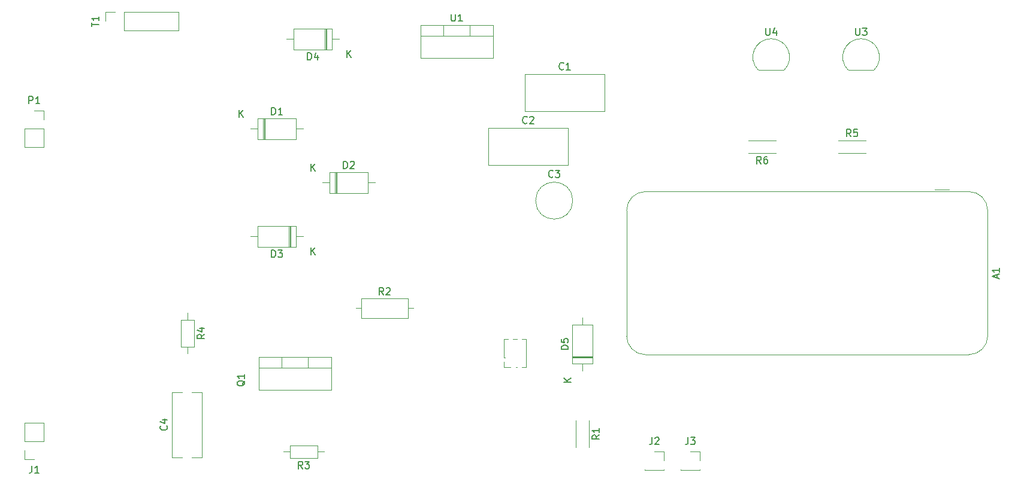
<source format=gbr>
%TF.GenerationSoftware,KiCad,Pcbnew,7.0.2-0*%
%TF.CreationDate,2023-06-25T20:51:01-03:00*%
%TF.ProjectId,Aquario_inteligente,41717561-7269-46f5-9f69-6e74656c6967,rev?*%
%TF.SameCoordinates,Original*%
%TF.FileFunction,Legend,Top*%
%TF.FilePolarity,Positive*%
%FSLAX46Y46*%
G04 Gerber Fmt 4.6, Leading zero omitted, Abs format (unit mm)*
G04 Created by KiCad (PCBNEW 7.0.2-0) date 2023-06-25 20:51:01*
%MOMM*%
%LPD*%
G01*
G04 APERTURE LIST*
%ADD10C,0.150000*%
%ADD11C,0.120000*%
G04 APERTURE END LIST*
D10*
%TO.C,J3*%
X181276666Y-136392619D02*
X181276666Y-137106904D01*
X181276666Y-137106904D02*
X181229047Y-137249761D01*
X181229047Y-137249761D02*
X181133809Y-137345000D01*
X181133809Y-137345000D02*
X180990952Y-137392619D01*
X180990952Y-137392619D02*
X180895714Y-137392619D01*
X181657619Y-136392619D02*
X182276666Y-136392619D01*
X182276666Y-136392619D02*
X181943333Y-136773571D01*
X181943333Y-136773571D02*
X182086190Y-136773571D01*
X182086190Y-136773571D02*
X182181428Y-136821190D01*
X182181428Y-136821190D02*
X182229047Y-136868809D01*
X182229047Y-136868809D02*
X182276666Y-136964047D01*
X182276666Y-136964047D02*
X182276666Y-137202142D01*
X182276666Y-137202142D02*
X182229047Y-137297380D01*
X182229047Y-137297380D02*
X182181428Y-137345000D01*
X182181428Y-137345000D02*
X182086190Y-137392619D01*
X182086190Y-137392619D02*
X181800476Y-137392619D01*
X181800476Y-137392619D02*
X181705238Y-137345000D01*
X181705238Y-137345000D02*
X181657619Y-137297380D01*
%TO.C,J2*%
X176196666Y-136392619D02*
X176196666Y-137106904D01*
X176196666Y-137106904D02*
X176149047Y-137249761D01*
X176149047Y-137249761D02*
X176053809Y-137345000D01*
X176053809Y-137345000D02*
X175910952Y-137392619D01*
X175910952Y-137392619D02*
X175815714Y-137392619D01*
X176625238Y-136487857D02*
X176672857Y-136440238D01*
X176672857Y-136440238D02*
X176768095Y-136392619D01*
X176768095Y-136392619D02*
X177006190Y-136392619D01*
X177006190Y-136392619D02*
X177101428Y-136440238D01*
X177101428Y-136440238D02*
X177149047Y-136487857D01*
X177149047Y-136487857D02*
X177196666Y-136583095D01*
X177196666Y-136583095D02*
X177196666Y-136678333D01*
X177196666Y-136678333D02*
X177149047Y-136821190D01*
X177149047Y-136821190D02*
X176577619Y-137392619D01*
X176577619Y-137392619D02*
X177196666Y-137392619D01*
%TO.C,C2*%
X158543333Y-91867380D02*
X158495714Y-91915000D01*
X158495714Y-91915000D02*
X158352857Y-91962619D01*
X158352857Y-91962619D02*
X158257619Y-91962619D01*
X158257619Y-91962619D02*
X158114762Y-91915000D01*
X158114762Y-91915000D02*
X158019524Y-91819761D01*
X158019524Y-91819761D02*
X157971905Y-91724523D01*
X157971905Y-91724523D02*
X157924286Y-91534047D01*
X157924286Y-91534047D02*
X157924286Y-91391190D01*
X157924286Y-91391190D02*
X157971905Y-91200714D01*
X157971905Y-91200714D02*
X158019524Y-91105476D01*
X158019524Y-91105476D02*
X158114762Y-91010238D01*
X158114762Y-91010238D02*
X158257619Y-90962619D01*
X158257619Y-90962619D02*
X158352857Y-90962619D01*
X158352857Y-90962619D02*
X158495714Y-91010238D01*
X158495714Y-91010238D02*
X158543333Y-91057857D01*
X158924286Y-91057857D02*
X158971905Y-91010238D01*
X158971905Y-91010238D02*
X159067143Y-90962619D01*
X159067143Y-90962619D02*
X159305238Y-90962619D01*
X159305238Y-90962619D02*
X159400476Y-91010238D01*
X159400476Y-91010238D02*
X159448095Y-91057857D01*
X159448095Y-91057857D02*
X159495714Y-91153095D01*
X159495714Y-91153095D02*
X159495714Y-91248333D01*
X159495714Y-91248333D02*
X159448095Y-91391190D01*
X159448095Y-91391190D02*
X158876667Y-91962619D01*
X158876667Y-91962619D02*
X159495714Y-91962619D01*
%TO.C,D3*%
X122451905Y-110882619D02*
X122451905Y-109882619D01*
X122451905Y-109882619D02*
X122690000Y-109882619D01*
X122690000Y-109882619D02*
X122832857Y-109930238D01*
X122832857Y-109930238D02*
X122928095Y-110025476D01*
X122928095Y-110025476D02*
X122975714Y-110120714D01*
X122975714Y-110120714D02*
X123023333Y-110311190D01*
X123023333Y-110311190D02*
X123023333Y-110454047D01*
X123023333Y-110454047D02*
X122975714Y-110644523D01*
X122975714Y-110644523D02*
X122928095Y-110739761D01*
X122928095Y-110739761D02*
X122832857Y-110835000D01*
X122832857Y-110835000D02*
X122690000Y-110882619D01*
X122690000Y-110882619D02*
X122451905Y-110882619D01*
X123356667Y-109882619D02*
X123975714Y-109882619D01*
X123975714Y-109882619D02*
X123642381Y-110263571D01*
X123642381Y-110263571D02*
X123785238Y-110263571D01*
X123785238Y-110263571D02*
X123880476Y-110311190D01*
X123880476Y-110311190D02*
X123928095Y-110358809D01*
X123928095Y-110358809D02*
X123975714Y-110454047D01*
X123975714Y-110454047D02*
X123975714Y-110692142D01*
X123975714Y-110692142D02*
X123928095Y-110787380D01*
X123928095Y-110787380D02*
X123880476Y-110835000D01*
X123880476Y-110835000D02*
X123785238Y-110882619D01*
X123785238Y-110882619D02*
X123499524Y-110882619D01*
X123499524Y-110882619D02*
X123404286Y-110835000D01*
X123404286Y-110835000D02*
X123356667Y-110787380D01*
X128008095Y-110512619D02*
X128008095Y-109512619D01*
X128579523Y-110512619D02*
X128150952Y-109941190D01*
X128579523Y-109512619D02*
X128008095Y-110084047D01*
%TO.C,U1*%
X147828095Y-76472619D02*
X147828095Y-77282142D01*
X147828095Y-77282142D02*
X147875714Y-77377380D01*
X147875714Y-77377380D02*
X147923333Y-77425000D01*
X147923333Y-77425000D02*
X148018571Y-77472619D01*
X148018571Y-77472619D02*
X148209047Y-77472619D01*
X148209047Y-77472619D02*
X148304285Y-77425000D01*
X148304285Y-77425000D02*
X148351904Y-77377380D01*
X148351904Y-77377380D02*
X148399523Y-77282142D01*
X148399523Y-77282142D02*
X148399523Y-76472619D01*
X149399523Y-77472619D02*
X148828095Y-77472619D01*
X149113809Y-77472619D02*
X149113809Y-76472619D01*
X149113809Y-76472619D02*
X149018571Y-76615476D01*
X149018571Y-76615476D02*
X148923333Y-76710714D01*
X148923333Y-76710714D02*
X148828095Y-76758333D01*
%TO.C,C4*%
X107607380Y-134766666D02*
X107655000Y-134814285D01*
X107655000Y-134814285D02*
X107702619Y-134957142D01*
X107702619Y-134957142D02*
X107702619Y-135052380D01*
X107702619Y-135052380D02*
X107655000Y-135195237D01*
X107655000Y-135195237D02*
X107559761Y-135290475D01*
X107559761Y-135290475D02*
X107464523Y-135338094D01*
X107464523Y-135338094D02*
X107274047Y-135385713D01*
X107274047Y-135385713D02*
X107131190Y-135385713D01*
X107131190Y-135385713D02*
X106940714Y-135338094D01*
X106940714Y-135338094D02*
X106845476Y-135290475D01*
X106845476Y-135290475D02*
X106750238Y-135195237D01*
X106750238Y-135195237D02*
X106702619Y-135052380D01*
X106702619Y-135052380D02*
X106702619Y-134957142D01*
X106702619Y-134957142D02*
X106750238Y-134814285D01*
X106750238Y-134814285D02*
X106797857Y-134766666D01*
X107035952Y-133909523D02*
X107702619Y-133909523D01*
X106655000Y-134147618D02*
X107369285Y-134385713D01*
X107369285Y-134385713D02*
X107369285Y-133766666D01*
%TO.C,J1*%
X88566666Y-140422619D02*
X88566666Y-141136904D01*
X88566666Y-141136904D02*
X88519047Y-141279761D01*
X88519047Y-141279761D02*
X88423809Y-141375000D01*
X88423809Y-141375000D02*
X88280952Y-141422619D01*
X88280952Y-141422619D02*
X88185714Y-141422619D01*
X89566666Y-141422619D02*
X88995238Y-141422619D01*
X89280952Y-141422619D02*
X89280952Y-140422619D01*
X89280952Y-140422619D02*
X89185714Y-140565476D01*
X89185714Y-140565476D02*
X89090476Y-140660714D01*
X89090476Y-140660714D02*
X88995238Y-140708333D01*
%TO.C,R1*%
X168752619Y-136056666D02*
X168276428Y-136389999D01*
X168752619Y-136628094D02*
X167752619Y-136628094D01*
X167752619Y-136628094D02*
X167752619Y-136247142D01*
X167752619Y-136247142D02*
X167800238Y-136151904D01*
X167800238Y-136151904D02*
X167847857Y-136104285D01*
X167847857Y-136104285D02*
X167943095Y-136056666D01*
X167943095Y-136056666D02*
X168085952Y-136056666D01*
X168085952Y-136056666D02*
X168181190Y-136104285D01*
X168181190Y-136104285D02*
X168228809Y-136151904D01*
X168228809Y-136151904D02*
X168276428Y-136247142D01*
X168276428Y-136247142D02*
X168276428Y-136628094D01*
X168752619Y-135104285D02*
X168752619Y-135675713D01*
X168752619Y-135389999D02*
X167752619Y-135389999D01*
X167752619Y-135389999D02*
X167895476Y-135485237D01*
X167895476Y-135485237D02*
X167990714Y-135580475D01*
X167990714Y-135580475D02*
X168038333Y-135675713D01*
%TO.C,C1*%
X163703333Y-84247380D02*
X163655714Y-84295000D01*
X163655714Y-84295000D02*
X163512857Y-84342619D01*
X163512857Y-84342619D02*
X163417619Y-84342619D01*
X163417619Y-84342619D02*
X163274762Y-84295000D01*
X163274762Y-84295000D02*
X163179524Y-84199761D01*
X163179524Y-84199761D02*
X163131905Y-84104523D01*
X163131905Y-84104523D02*
X163084286Y-83914047D01*
X163084286Y-83914047D02*
X163084286Y-83771190D01*
X163084286Y-83771190D02*
X163131905Y-83580714D01*
X163131905Y-83580714D02*
X163179524Y-83485476D01*
X163179524Y-83485476D02*
X163274762Y-83390238D01*
X163274762Y-83390238D02*
X163417619Y-83342619D01*
X163417619Y-83342619D02*
X163512857Y-83342619D01*
X163512857Y-83342619D02*
X163655714Y-83390238D01*
X163655714Y-83390238D02*
X163703333Y-83437857D01*
X164655714Y-84342619D02*
X164084286Y-84342619D01*
X164370000Y-84342619D02*
X164370000Y-83342619D01*
X164370000Y-83342619D02*
X164274762Y-83485476D01*
X164274762Y-83485476D02*
X164179524Y-83580714D01*
X164179524Y-83580714D02*
X164084286Y-83628333D01*
%TO.C,P1*%
X88161905Y-89132619D02*
X88161905Y-88132619D01*
X88161905Y-88132619D02*
X88542857Y-88132619D01*
X88542857Y-88132619D02*
X88638095Y-88180238D01*
X88638095Y-88180238D02*
X88685714Y-88227857D01*
X88685714Y-88227857D02*
X88733333Y-88323095D01*
X88733333Y-88323095D02*
X88733333Y-88465952D01*
X88733333Y-88465952D02*
X88685714Y-88561190D01*
X88685714Y-88561190D02*
X88638095Y-88608809D01*
X88638095Y-88608809D02*
X88542857Y-88656428D01*
X88542857Y-88656428D02*
X88161905Y-88656428D01*
X89685714Y-89132619D02*
X89114286Y-89132619D01*
X89400000Y-89132619D02*
X89400000Y-88132619D01*
X89400000Y-88132619D02*
X89304762Y-88275476D01*
X89304762Y-88275476D02*
X89209524Y-88370714D01*
X89209524Y-88370714D02*
X89114286Y-88418333D01*
%TO.C,U3*%
X204978095Y-78452619D02*
X204978095Y-79262142D01*
X204978095Y-79262142D02*
X205025714Y-79357380D01*
X205025714Y-79357380D02*
X205073333Y-79405000D01*
X205073333Y-79405000D02*
X205168571Y-79452619D01*
X205168571Y-79452619D02*
X205359047Y-79452619D01*
X205359047Y-79452619D02*
X205454285Y-79405000D01*
X205454285Y-79405000D02*
X205501904Y-79357380D01*
X205501904Y-79357380D02*
X205549523Y-79262142D01*
X205549523Y-79262142D02*
X205549523Y-78452619D01*
X205930476Y-78452619D02*
X206549523Y-78452619D01*
X206549523Y-78452619D02*
X206216190Y-78833571D01*
X206216190Y-78833571D02*
X206359047Y-78833571D01*
X206359047Y-78833571D02*
X206454285Y-78881190D01*
X206454285Y-78881190D02*
X206501904Y-78928809D01*
X206501904Y-78928809D02*
X206549523Y-79024047D01*
X206549523Y-79024047D02*
X206549523Y-79262142D01*
X206549523Y-79262142D02*
X206501904Y-79357380D01*
X206501904Y-79357380D02*
X206454285Y-79405000D01*
X206454285Y-79405000D02*
X206359047Y-79452619D01*
X206359047Y-79452619D02*
X206073333Y-79452619D01*
X206073333Y-79452619D02*
X205978095Y-79405000D01*
X205978095Y-79405000D02*
X205930476Y-79357380D01*
%TO.C,R4*%
X112957619Y-121816666D02*
X112481428Y-122149999D01*
X112957619Y-122388094D02*
X111957619Y-122388094D01*
X111957619Y-122388094D02*
X111957619Y-122007142D01*
X111957619Y-122007142D02*
X112005238Y-121911904D01*
X112005238Y-121911904D02*
X112052857Y-121864285D01*
X112052857Y-121864285D02*
X112148095Y-121816666D01*
X112148095Y-121816666D02*
X112290952Y-121816666D01*
X112290952Y-121816666D02*
X112386190Y-121864285D01*
X112386190Y-121864285D02*
X112433809Y-121911904D01*
X112433809Y-121911904D02*
X112481428Y-122007142D01*
X112481428Y-122007142D02*
X112481428Y-122388094D01*
X112290952Y-120959523D02*
X112957619Y-120959523D01*
X111910000Y-121197618D02*
X112624285Y-121435713D01*
X112624285Y-121435713D02*
X112624285Y-120816666D01*
%TO.C,C3*%
X162203333Y-99487380D02*
X162155714Y-99535000D01*
X162155714Y-99535000D02*
X162012857Y-99582619D01*
X162012857Y-99582619D02*
X161917619Y-99582619D01*
X161917619Y-99582619D02*
X161774762Y-99535000D01*
X161774762Y-99535000D02*
X161679524Y-99439761D01*
X161679524Y-99439761D02*
X161631905Y-99344523D01*
X161631905Y-99344523D02*
X161584286Y-99154047D01*
X161584286Y-99154047D02*
X161584286Y-99011190D01*
X161584286Y-99011190D02*
X161631905Y-98820714D01*
X161631905Y-98820714D02*
X161679524Y-98725476D01*
X161679524Y-98725476D02*
X161774762Y-98630238D01*
X161774762Y-98630238D02*
X161917619Y-98582619D01*
X161917619Y-98582619D02*
X162012857Y-98582619D01*
X162012857Y-98582619D02*
X162155714Y-98630238D01*
X162155714Y-98630238D02*
X162203333Y-98677857D01*
X162536667Y-98582619D02*
X163155714Y-98582619D01*
X163155714Y-98582619D02*
X162822381Y-98963571D01*
X162822381Y-98963571D02*
X162965238Y-98963571D01*
X162965238Y-98963571D02*
X163060476Y-99011190D01*
X163060476Y-99011190D02*
X163108095Y-99058809D01*
X163108095Y-99058809D02*
X163155714Y-99154047D01*
X163155714Y-99154047D02*
X163155714Y-99392142D01*
X163155714Y-99392142D02*
X163108095Y-99487380D01*
X163108095Y-99487380D02*
X163060476Y-99535000D01*
X163060476Y-99535000D02*
X162965238Y-99582619D01*
X162965238Y-99582619D02*
X162679524Y-99582619D01*
X162679524Y-99582619D02*
X162584286Y-99535000D01*
X162584286Y-99535000D02*
X162536667Y-99487380D01*
%TO.C,D5*%
X164362619Y-123928094D02*
X163362619Y-123928094D01*
X163362619Y-123928094D02*
X163362619Y-123689999D01*
X163362619Y-123689999D02*
X163410238Y-123547142D01*
X163410238Y-123547142D02*
X163505476Y-123451904D01*
X163505476Y-123451904D02*
X163600714Y-123404285D01*
X163600714Y-123404285D02*
X163791190Y-123356666D01*
X163791190Y-123356666D02*
X163934047Y-123356666D01*
X163934047Y-123356666D02*
X164124523Y-123404285D01*
X164124523Y-123404285D02*
X164219761Y-123451904D01*
X164219761Y-123451904D02*
X164315000Y-123547142D01*
X164315000Y-123547142D02*
X164362619Y-123689999D01*
X164362619Y-123689999D02*
X164362619Y-123928094D01*
X163362619Y-122451904D02*
X163362619Y-122928094D01*
X163362619Y-122928094D02*
X163838809Y-122975713D01*
X163838809Y-122975713D02*
X163791190Y-122928094D01*
X163791190Y-122928094D02*
X163743571Y-122832856D01*
X163743571Y-122832856D02*
X163743571Y-122594761D01*
X163743571Y-122594761D02*
X163791190Y-122499523D01*
X163791190Y-122499523D02*
X163838809Y-122451904D01*
X163838809Y-122451904D02*
X163934047Y-122404285D01*
X163934047Y-122404285D02*
X164172142Y-122404285D01*
X164172142Y-122404285D02*
X164267380Y-122451904D01*
X164267380Y-122451904D02*
X164315000Y-122499523D01*
X164315000Y-122499523D02*
X164362619Y-122594761D01*
X164362619Y-122594761D02*
X164362619Y-122832856D01*
X164362619Y-122832856D02*
X164315000Y-122928094D01*
X164315000Y-122928094D02*
X164267380Y-122975713D01*
X164732619Y-128531904D02*
X163732619Y-128531904D01*
X164732619Y-127960476D02*
X164161190Y-128389047D01*
X163732619Y-127960476D02*
X164304047Y-128531904D01*
%TO.C,R6*%
X191603333Y-97632619D02*
X191270000Y-97156428D01*
X191031905Y-97632619D02*
X191031905Y-96632619D01*
X191031905Y-96632619D02*
X191412857Y-96632619D01*
X191412857Y-96632619D02*
X191508095Y-96680238D01*
X191508095Y-96680238D02*
X191555714Y-96727857D01*
X191555714Y-96727857D02*
X191603333Y-96823095D01*
X191603333Y-96823095D02*
X191603333Y-96965952D01*
X191603333Y-96965952D02*
X191555714Y-97061190D01*
X191555714Y-97061190D02*
X191508095Y-97108809D01*
X191508095Y-97108809D02*
X191412857Y-97156428D01*
X191412857Y-97156428D02*
X191031905Y-97156428D01*
X192460476Y-96632619D02*
X192270000Y-96632619D01*
X192270000Y-96632619D02*
X192174762Y-96680238D01*
X192174762Y-96680238D02*
X192127143Y-96727857D01*
X192127143Y-96727857D02*
X192031905Y-96870714D01*
X192031905Y-96870714D02*
X191984286Y-97061190D01*
X191984286Y-97061190D02*
X191984286Y-97442142D01*
X191984286Y-97442142D02*
X192031905Y-97537380D01*
X192031905Y-97537380D02*
X192079524Y-97585000D01*
X192079524Y-97585000D02*
X192174762Y-97632619D01*
X192174762Y-97632619D02*
X192365238Y-97632619D01*
X192365238Y-97632619D02*
X192460476Y-97585000D01*
X192460476Y-97585000D02*
X192508095Y-97537380D01*
X192508095Y-97537380D02*
X192555714Y-97442142D01*
X192555714Y-97442142D02*
X192555714Y-97204047D01*
X192555714Y-97204047D02*
X192508095Y-97108809D01*
X192508095Y-97108809D02*
X192460476Y-97061190D01*
X192460476Y-97061190D02*
X192365238Y-97013571D01*
X192365238Y-97013571D02*
X192174762Y-97013571D01*
X192174762Y-97013571D02*
X192079524Y-97061190D01*
X192079524Y-97061190D02*
X192031905Y-97108809D01*
X192031905Y-97108809D02*
X191984286Y-97204047D01*
%TO.C,U4*%
X192278095Y-78452619D02*
X192278095Y-79262142D01*
X192278095Y-79262142D02*
X192325714Y-79357380D01*
X192325714Y-79357380D02*
X192373333Y-79405000D01*
X192373333Y-79405000D02*
X192468571Y-79452619D01*
X192468571Y-79452619D02*
X192659047Y-79452619D01*
X192659047Y-79452619D02*
X192754285Y-79405000D01*
X192754285Y-79405000D02*
X192801904Y-79357380D01*
X192801904Y-79357380D02*
X192849523Y-79262142D01*
X192849523Y-79262142D02*
X192849523Y-78452619D01*
X193754285Y-78785952D02*
X193754285Y-79452619D01*
X193516190Y-78405000D02*
X193278095Y-79119285D01*
X193278095Y-79119285D02*
X193897142Y-79119285D01*
%TO.C,R3*%
X126833333Y-140812619D02*
X126500000Y-140336428D01*
X126261905Y-140812619D02*
X126261905Y-139812619D01*
X126261905Y-139812619D02*
X126642857Y-139812619D01*
X126642857Y-139812619D02*
X126738095Y-139860238D01*
X126738095Y-139860238D02*
X126785714Y-139907857D01*
X126785714Y-139907857D02*
X126833333Y-140003095D01*
X126833333Y-140003095D02*
X126833333Y-140145952D01*
X126833333Y-140145952D02*
X126785714Y-140241190D01*
X126785714Y-140241190D02*
X126738095Y-140288809D01*
X126738095Y-140288809D02*
X126642857Y-140336428D01*
X126642857Y-140336428D02*
X126261905Y-140336428D01*
X127166667Y-139812619D02*
X127785714Y-139812619D01*
X127785714Y-139812619D02*
X127452381Y-140193571D01*
X127452381Y-140193571D02*
X127595238Y-140193571D01*
X127595238Y-140193571D02*
X127690476Y-140241190D01*
X127690476Y-140241190D02*
X127738095Y-140288809D01*
X127738095Y-140288809D02*
X127785714Y-140384047D01*
X127785714Y-140384047D02*
X127785714Y-140622142D01*
X127785714Y-140622142D02*
X127738095Y-140717380D01*
X127738095Y-140717380D02*
X127690476Y-140765000D01*
X127690476Y-140765000D02*
X127595238Y-140812619D01*
X127595238Y-140812619D02*
X127309524Y-140812619D01*
X127309524Y-140812619D02*
X127214286Y-140765000D01*
X127214286Y-140765000D02*
X127166667Y-140717380D01*
%TO.C,R5*%
X204303333Y-93792619D02*
X203970000Y-93316428D01*
X203731905Y-93792619D02*
X203731905Y-92792619D01*
X203731905Y-92792619D02*
X204112857Y-92792619D01*
X204112857Y-92792619D02*
X204208095Y-92840238D01*
X204208095Y-92840238D02*
X204255714Y-92887857D01*
X204255714Y-92887857D02*
X204303333Y-92983095D01*
X204303333Y-92983095D02*
X204303333Y-93125952D01*
X204303333Y-93125952D02*
X204255714Y-93221190D01*
X204255714Y-93221190D02*
X204208095Y-93268809D01*
X204208095Y-93268809D02*
X204112857Y-93316428D01*
X204112857Y-93316428D02*
X203731905Y-93316428D01*
X205208095Y-92792619D02*
X204731905Y-92792619D01*
X204731905Y-92792619D02*
X204684286Y-93268809D01*
X204684286Y-93268809D02*
X204731905Y-93221190D01*
X204731905Y-93221190D02*
X204827143Y-93173571D01*
X204827143Y-93173571D02*
X205065238Y-93173571D01*
X205065238Y-93173571D02*
X205160476Y-93221190D01*
X205160476Y-93221190D02*
X205208095Y-93268809D01*
X205208095Y-93268809D02*
X205255714Y-93364047D01*
X205255714Y-93364047D02*
X205255714Y-93602142D01*
X205255714Y-93602142D02*
X205208095Y-93697380D01*
X205208095Y-93697380D02*
X205160476Y-93745000D01*
X205160476Y-93745000D02*
X205065238Y-93792619D01*
X205065238Y-93792619D02*
X204827143Y-93792619D01*
X204827143Y-93792619D02*
X204731905Y-93745000D01*
X204731905Y-93745000D02*
X204684286Y-93697380D01*
%TO.C,T1*%
X97022619Y-78231904D02*
X97022619Y-77660476D01*
X98022619Y-77946190D02*
X97022619Y-77946190D01*
X98022619Y-76803333D02*
X98022619Y-77374761D01*
X98022619Y-77089047D02*
X97022619Y-77089047D01*
X97022619Y-77089047D02*
X97165476Y-77184285D01*
X97165476Y-77184285D02*
X97260714Y-77279523D01*
X97260714Y-77279523D02*
X97308333Y-77374761D01*
%TO.C,D2*%
X132611905Y-98322619D02*
X132611905Y-97322619D01*
X132611905Y-97322619D02*
X132850000Y-97322619D01*
X132850000Y-97322619D02*
X132992857Y-97370238D01*
X132992857Y-97370238D02*
X133088095Y-97465476D01*
X133088095Y-97465476D02*
X133135714Y-97560714D01*
X133135714Y-97560714D02*
X133183333Y-97751190D01*
X133183333Y-97751190D02*
X133183333Y-97894047D01*
X133183333Y-97894047D02*
X133135714Y-98084523D01*
X133135714Y-98084523D02*
X133088095Y-98179761D01*
X133088095Y-98179761D02*
X132992857Y-98275000D01*
X132992857Y-98275000D02*
X132850000Y-98322619D01*
X132850000Y-98322619D02*
X132611905Y-98322619D01*
X133564286Y-97417857D02*
X133611905Y-97370238D01*
X133611905Y-97370238D02*
X133707143Y-97322619D01*
X133707143Y-97322619D02*
X133945238Y-97322619D01*
X133945238Y-97322619D02*
X134040476Y-97370238D01*
X134040476Y-97370238D02*
X134088095Y-97417857D01*
X134088095Y-97417857D02*
X134135714Y-97513095D01*
X134135714Y-97513095D02*
X134135714Y-97608333D01*
X134135714Y-97608333D02*
X134088095Y-97751190D01*
X134088095Y-97751190D02*
X133516667Y-98322619D01*
X133516667Y-98322619D02*
X134135714Y-98322619D01*
X128008095Y-98692619D02*
X128008095Y-97692619D01*
X128579523Y-98692619D02*
X128150952Y-98121190D01*
X128579523Y-97692619D02*
X128008095Y-98264047D01*
%TO.C,A1*%
X224966904Y-113851785D02*
X224966904Y-113375595D01*
X225252619Y-113947023D02*
X224252619Y-113613690D01*
X224252619Y-113613690D02*
X225252619Y-113280357D01*
X225252619Y-112423214D02*
X225252619Y-112994642D01*
X225252619Y-112708928D02*
X224252619Y-112708928D01*
X224252619Y-112708928D02*
X224395476Y-112804166D01*
X224395476Y-112804166D02*
X224490714Y-112899404D01*
X224490714Y-112899404D02*
X224538333Y-112994642D01*
%TO.C,D4*%
X127531905Y-82942619D02*
X127531905Y-81942619D01*
X127531905Y-81942619D02*
X127770000Y-81942619D01*
X127770000Y-81942619D02*
X127912857Y-81990238D01*
X127912857Y-81990238D02*
X128008095Y-82085476D01*
X128008095Y-82085476D02*
X128055714Y-82180714D01*
X128055714Y-82180714D02*
X128103333Y-82371190D01*
X128103333Y-82371190D02*
X128103333Y-82514047D01*
X128103333Y-82514047D02*
X128055714Y-82704523D01*
X128055714Y-82704523D02*
X128008095Y-82799761D01*
X128008095Y-82799761D02*
X127912857Y-82895000D01*
X127912857Y-82895000D02*
X127770000Y-82942619D01*
X127770000Y-82942619D02*
X127531905Y-82942619D01*
X128960476Y-82275952D02*
X128960476Y-82942619D01*
X128722381Y-81895000D02*
X128484286Y-82609285D01*
X128484286Y-82609285D02*
X129103333Y-82609285D01*
X133088095Y-82572619D02*
X133088095Y-81572619D01*
X133659523Y-82572619D02*
X133230952Y-82001190D01*
X133659523Y-81572619D02*
X133088095Y-82144047D01*
%TO.C,Q1*%
X118667857Y-128365238D02*
X118620238Y-128460476D01*
X118620238Y-128460476D02*
X118525000Y-128555714D01*
X118525000Y-128555714D02*
X118382142Y-128698571D01*
X118382142Y-128698571D02*
X118334523Y-128793809D01*
X118334523Y-128793809D02*
X118334523Y-128889047D01*
X118572619Y-128841428D02*
X118525000Y-128936666D01*
X118525000Y-128936666D02*
X118429761Y-129031904D01*
X118429761Y-129031904D02*
X118239285Y-129079523D01*
X118239285Y-129079523D02*
X117905952Y-129079523D01*
X117905952Y-129079523D02*
X117715476Y-129031904D01*
X117715476Y-129031904D02*
X117620238Y-128936666D01*
X117620238Y-128936666D02*
X117572619Y-128841428D01*
X117572619Y-128841428D02*
X117572619Y-128650952D01*
X117572619Y-128650952D02*
X117620238Y-128555714D01*
X117620238Y-128555714D02*
X117715476Y-128460476D01*
X117715476Y-128460476D02*
X117905952Y-128412857D01*
X117905952Y-128412857D02*
X118239285Y-128412857D01*
X118239285Y-128412857D02*
X118429761Y-128460476D01*
X118429761Y-128460476D02*
X118525000Y-128555714D01*
X118525000Y-128555714D02*
X118572619Y-128650952D01*
X118572619Y-128650952D02*
X118572619Y-128841428D01*
X118572619Y-127460476D02*
X118572619Y-128031904D01*
X118572619Y-127746190D02*
X117572619Y-127746190D01*
X117572619Y-127746190D02*
X117715476Y-127841428D01*
X117715476Y-127841428D02*
X117810714Y-127936666D01*
X117810714Y-127936666D02*
X117858333Y-128031904D01*
%TO.C,R2*%
X138263333Y-116202619D02*
X137930000Y-115726428D01*
X137691905Y-116202619D02*
X137691905Y-115202619D01*
X137691905Y-115202619D02*
X138072857Y-115202619D01*
X138072857Y-115202619D02*
X138168095Y-115250238D01*
X138168095Y-115250238D02*
X138215714Y-115297857D01*
X138215714Y-115297857D02*
X138263333Y-115393095D01*
X138263333Y-115393095D02*
X138263333Y-115535952D01*
X138263333Y-115535952D02*
X138215714Y-115631190D01*
X138215714Y-115631190D02*
X138168095Y-115678809D01*
X138168095Y-115678809D02*
X138072857Y-115726428D01*
X138072857Y-115726428D02*
X137691905Y-115726428D01*
X138644286Y-115297857D02*
X138691905Y-115250238D01*
X138691905Y-115250238D02*
X138787143Y-115202619D01*
X138787143Y-115202619D02*
X139025238Y-115202619D01*
X139025238Y-115202619D02*
X139120476Y-115250238D01*
X139120476Y-115250238D02*
X139168095Y-115297857D01*
X139168095Y-115297857D02*
X139215714Y-115393095D01*
X139215714Y-115393095D02*
X139215714Y-115488333D01*
X139215714Y-115488333D02*
X139168095Y-115631190D01*
X139168095Y-115631190D02*
X138596667Y-116202619D01*
X138596667Y-116202619D02*
X139215714Y-116202619D01*
%TO.C,D1*%
X122451905Y-90702619D02*
X122451905Y-89702619D01*
X122451905Y-89702619D02*
X122690000Y-89702619D01*
X122690000Y-89702619D02*
X122832857Y-89750238D01*
X122832857Y-89750238D02*
X122928095Y-89845476D01*
X122928095Y-89845476D02*
X122975714Y-89940714D01*
X122975714Y-89940714D02*
X123023333Y-90131190D01*
X123023333Y-90131190D02*
X123023333Y-90274047D01*
X123023333Y-90274047D02*
X122975714Y-90464523D01*
X122975714Y-90464523D02*
X122928095Y-90559761D01*
X122928095Y-90559761D02*
X122832857Y-90655000D01*
X122832857Y-90655000D02*
X122690000Y-90702619D01*
X122690000Y-90702619D02*
X122451905Y-90702619D01*
X123975714Y-90702619D02*
X123404286Y-90702619D01*
X123690000Y-90702619D02*
X123690000Y-89702619D01*
X123690000Y-89702619D02*
X123594762Y-89845476D01*
X123594762Y-89845476D02*
X123499524Y-89940714D01*
X123499524Y-89940714D02*
X123404286Y-89988333D01*
X117848095Y-91072619D02*
X117848095Y-90072619D01*
X118419523Y-91072619D02*
X117990952Y-90501190D01*
X118419523Y-90072619D02*
X117848095Y-90644047D01*
D11*
%TO.C,J3*%
X180280000Y-140910000D02*
X180280000Y-141030000D01*
X180280000Y-141030000D02*
X182940000Y-141030000D01*
X182940000Y-140910000D02*
X182940000Y-141030000D01*
X182940000Y-138370000D02*
X182940000Y-139700000D01*
X181610000Y-138370000D02*
X182940000Y-138370000D01*
%TO.C,J2*%
X175200000Y-140910000D02*
X175200000Y-141030000D01*
X175200000Y-141030000D02*
X177860000Y-141030000D01*
X177860000Y-140910000D02*
X177860000Y-141030000D01*
X177860000Y-138370000D02*
X177860000Y-139700000D01*
X176530000Y-138370000D02*
X177860000Y-138370000D01*
%TO.C,C2*%
X153090000Y-92630000D02*
X153090000Y-97870000D01*
X153090000Y-92630000D02*
X164330000Y-92630000D01*
X153090000Y-97870000D02*
X164330000Y-97870000D01*
X164330000Y-92630000D02*
X164330000Y-97870000D01*
%TO.C,D3*%
X126930000Y-107950000D02*
X125910000Y-107950000D01*
X125910000Y-109420000D02*
X125910000Y-106480000D01*
X125910000Y-106480000D02*
X120470000Y-106480000D01*
X125130000Y-109420000D02*
X125130000Y-106480000D01*
X125010000Y-109420000D02*
X125010000Y-106480000D01*
X124890000Y-109420000D02*
X124890000Y-106480000D01*
X120470000Y-109420000D02*
X125910000Y-109420000D01*
X120470000Y-106480000D02*
X120470000Y-109420000D01*
X119450000Y-107950000D02*
X120470000Y-107950000D01*
%TO.C,U2*%
X158430000Y-126425000D02*
X158430000Y-122495000D01*
X158430000Y-126425000D02*
X157787530Y-126425000D01*
X158430000Y-122495000D02*
X157787530Y-122495000D01*
X157172470Y-126425000D02*
X156970000Y-126425000D01*
X157172470Y-122495000D02*
X156517530Y-122495000D01*
X156210000Y-126490000D02*
X155260000Y-126490000D01*
X155902470Y-122495000D02*
X155260000Y-122495000D01*
X155450000Y-125095000D02*
X155260000Y-125095000D01*
X155260000Y-126490000D02*
X155260000Y-125730000D01*
X155260000Y-125095000D02*
X155260000Y-122495000D01*
%TO.C,U1*%
X143470000Y-78010000D02*
X143470000Y-82651000D01*
X143470000Y-78010000D02*
X153710000Y-78010000D01*
X143470000Y-79520000D02*
X153710000Y-79520000D01*
X143470000Y-82651000D02*
X153710000Y-82651000D01*
X146740000Y-78010000D02*
X146740000Y-79520000D01*
X150441000Y-78010000D02*
X150441000Y-79520000D01*
X153710000Y-78010000D02*
X153710000Y-82651000D01*
%TO.C,C4*%
X108370000Y-139220000D02*
X109825000Y-139220000D01*
X108370000Y-139220000D02*
X108370000Y-129980000D01*
X111155000Y-139220000D02*
X112610000Y-139220000D01*
X112610000Y-139220000D02*
X112610000Y-129980000D01*
X108370000Y-129980000D02*
X109825000Y-129980000D01*
X111155000Y-129980000D02*
X112610000Y-129980000D01*
%TO.C,J1*%
X90230000Y-136920000D02*
X90230000Y-134320000D01*
X90230000Y-136920000D02*
X87570000Y-136920000D01*
X90230000Y-134320000D02*
X87570000Y-134320000D01*
X88900000Y-139520000D02*
X87570000Y-139520000D01*
X87570000Y-139520000D02*
X87570000Y-138190000D01*
X87570000Y-136920000D02*
X87570000Y-134320000D01*
%TO.C,R1*%
X167290000Y-133970000D02*
X167290000Y-137810000D01*
X165450000Y-133970000D02*
X165450000Y-137810000D01*
%TO.C,C1*%
X158250000Y-85010000D02*
X158250000Y-90250000D01*
X158250000Y-85010000D02*
X169490000Y-85010000D01*
X158250000Y-90250000D02*
X169490000Y-90250000D01*
X169490000Y-85010000D02*
X169490000Y-90250000D01*
%TO.C,P1*%
X87570000Y-92710000D02*
X87570000Y-95310000D01*
X87570000Y-92710000D02*
X90230000Y-92710000D01*
X87570000Y-95310000D02*
X90230000Y-95310000D01*
X88900000Y-90110000D02*
X90230000Y-90110000D01*
X90230000Y-90110000D02*
X90230000Y-91440000D01*
X90230000Y-92710000D02*
X90230000Y-95310000D01*
%TO.C,U3*%
X203940000Y-84400000D02*
X207540000Y-84400000D01*
X205740000Y-79950000D02*
G75*
G03*
X203901522Y-84388478I0J-2600000D01*
G01*
X207578478Y-84388478D02*
G75*
G03*
X205740000Y-79950000I-1838478J1838478D01*
G01*
%TO.C,R4*%
X110575000Y-118780000D02*
X110575000Y-119730000D01*
X111495000Y-119730000D02*
X109655000Y-119730000D01*
X109655000Y-119730000D02*
X109655000Y-123570000D01*
X111495000Y-123570000D02*
X111495000Y-119730000D01*
X109655000Y-123570000D02*
X111495000Y-123570000D01*
X110575000Y-124520000D02*
X110575000Y-123570000D01*
%TO.C,C3*%
X164990000Y-102870000D02*
G75*
G03*
X164990000Y-102870000I-2620000J0D01*
G01*
%TO.C,D5*%
X166370000Y-126930000D02*
X166370000Y-125910000D01*
X164900000Y-125910000D02*
X167840000Y-125910000D01*
X167840000Y-125910000D02*
X167840000Y-120470000D01*
X164900000Y-125130000D02*
X167840000Y-125130000D01*
X164900000Y-125010000D02*
X167840000Y-125010000D01*
X164900000Y-124890000D02*
X167840000Y-124890000D01*
X164900000Y-120470000D02*
X164900000Y-125910000D01*
X167840000Y-120470000D02*
X164900000Y-120470000D01*
X166370000Y-119450000D02*
X166370000Y-120470000D01*
%TO.C,R6*%
X193690000Y-96170000D02*
X189850000Y-96170000D01*
X193690000Y-94330000D02*
X189850000Y-94330000D01*
%TO.C,U4*%
X191240000Y-84400000D02*
X194840000Y-84400000D01*
X193040000Y-79950000D02*
G75*
G03*
X191201522Y-84388478I0J-2600000D01*
G01*
X194878478Y-84388478D02*
G75*
G03*
X193040000Y-79950000I-1838478J1838478D01*
G01*
%TO.C,R3*%
X129870000Y-138430000D02*
X128920000Y-138430000D01*
X128920000Y-139350000D02*
X128920000Y-137510000D01*
X128920000Y-137510000D02*
X125080000Y-137510000D01*
X125080000Y-139350000D02*
X128920000Y-139350000D01*
X125080000Y-137510000D02*
X125080000Y-139350000D01*
X124130000Y-138430000D02*
X125080000Y-138430000D01*
%TO.C,R5*%
X202550000Y-94330000D02*
X206390000Y-94330000D01*
X202550000Y-96170000D02*
X206390000Y-96170000D01*
%TO.C,T1*%
X101600000Y-78800000D02*
X109280000Y-78800000D01*
X101600000Y-78800000D02*
X101600000Y-76140000D01*
X109280000Y-78800000D02*
X109280000Y-76140000D01*
X99000000Y-77470000D02*
X99000000Y-76140000D01*
X99000000Y-76140000D02*
X100330000Y-76140000D01*
X101600000Y-76140000D02*
X109280000Y-76140000D01*
%TO.C,D2*%
X129610000Y-100330000D02*
X130630000Y-100330000D01*
X130630000Y-98860000D02*
X130630000Y-101800000D01*
X130630000Y-101800000D02*
X136070000Y-101800000D01*
X131410000Y-98860000D02*
X131410000Y-101800000D01*
X131530000Y-98860000D02*
X131530000Y-101800000D01*
X131650000Y-98860000D02*
X131650000Y-101800000D01*
X136070000Y-98860000D02*
X130630000Y-98860000D01*
X136070000Y-101800000D02*
X136070000Y-98860000D01*
X137090000Y-100330000D02*
X136070000Y-100330000D01*
%TO.C,A1*%
X216170000Y-101277500D02*
X218170000Y-101277500D01*
X220980000Y-101597500D02*
X175260000Y-101597500D01*
X223630000Y-122027500D02*
X223630000Y-104247500D01*
X172610000Y-122027500D02*
X172610000Y-104247500D01*
X220980000Y-124677500D02*
X175260000Y-124677500D01*
X223630000Y-104247500D02*
G75*
G03*
X220980000Y-101597500I-2650000J0D01*
G01*
X175260000Y-101597500D02*
G75*
G03*
X172610000Y-104247500I0J-2650000D01*
G01*
X220980000Y-124677500D02*
G75*
G03*
X223630000Y-122027500I0J2650000D01*
G01*
X172610000Y-122027500D02*
G75*
G03*
X175260000Y-124677500I2650000J0D01*
G01*
%TO.C,D4*%
X132010000Y-80010000D02*
X130990000Y-80010000D01*
X130990000Y-81480000D02*
X130990000Y-78540000D01*
X130990000Y-78540000D02*
X125550000Y-78540000D01*
X130210000Y-81480000D02*
X130210000Y-78540000D01*
X130090000Y-81480000D02*
X130090000Y-78540000D01*
X129970000Y-81480000D02*
X129970000Y-78540000D01*
X125550000Y-81480000D02*
X130990000Y-81480000D01*
X125550000Y-78540000D02*
X125550000Y-81480000D01*
X124530000Y-80010000D02*
X125550000Y-80010000D01*
%TO.C,Q1*%
X120610000Y-125000000D02*
X120610000Y-129641000D01*
X120610000Y-125000000D02*
X130850000Y-125000000D01*
X120610000Y-126510000D02*
X130850000Y-126510000D01*
X120610000Y-129641000D02*
X130850000Y-129641000D01*
X123880000Y-125000000D02*
X123880000Y-126510000D01*
X127581000Y-125000000D02*
X127581000Y-126510000D01*
X130850000Y-125000000D02*
X130850000Y-129641000D01*
%TO.C,R2*%
X134390000Y-118110000D02*
X135160000Y-118110000D01*
X135160000Y-116740000D02*
X135160000Y-119480000D01*
X135160000Y-119480000D02*
X141700000Y-119480000D01*
X141700000Y-116740000D02*
X135160000Y-116740000D01*
X141700000Y-119480000D02*
X141700000Y-116740000D01*
X142470000Y-118110000D02*
X141700000Y-118110000D01*
%TO.C,D1*%
X119450000Y-92710000D02*
X120470000Y-92710000D01*
X120470000Y-91240000D02*
X120470000Y-94180000D01*
X120470000Y-94180000D02*
X125910000Y-94180000D01*
X121250000Y-91240000D02*
X121250000Y-94180000D01*
X121370000Y-91240000D02*
X121370000Y-94180000D01*
X121490000Y-91240000D02*
X121490000Y-94180000D01*
X125910000Y-91240000D02*
X120470000Y-91240000D01*
X125910000Y-94180000D02*
X125910000Y-91240000D01*
X126930000Y-92710000D02*
X125910000Y-92710000D01*
%TD*%
M02*

</source>
